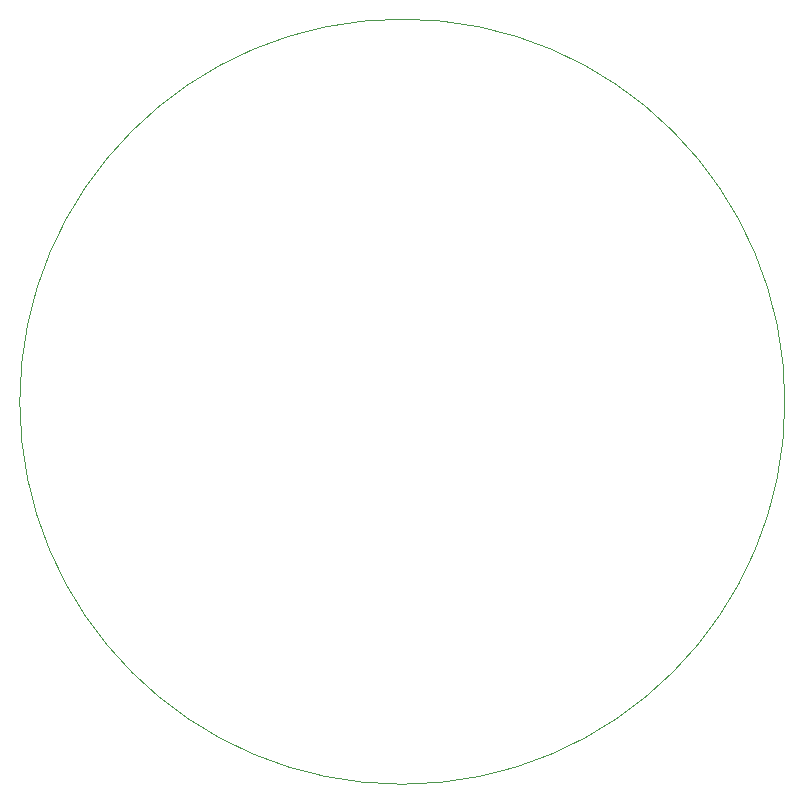
<source format=gbr>
G04 #@! TF.GenerationSoftware,KiCad,Pcbnew,(5.0.1-3-g963ef8bb5)*
G04 #@! TF.CreationDate,2019-06-08T22:51:48-04:00*
G04 #@! TF.ProjectId,EFCv2,45464376322E6B696361645F70636200,rev?*
G04 #@! TF.SameCoordinates,Original*
G04 #@! TF.FileFunction,Profile,NP*
%FSLAX46Y46*%
G04 Gerber Fmt 4.6, Leading zero omitted, Abs format (unit mm)*
G04 Created by KiCad (PCBNEW (5.0.1-3-g963ef8bb5)) date Saturday, June 08, 2019 at 10:51:48 pm*
%MOMM*%
%LPD*%
G01*
G04 APERTURE LIST*
%ADD10C,0.100000*%
G04 APERTURE END LIST*
D10*
X116211225Y-81915000D02*
G75*
G03X116211225Y-81915000I-32391225J0D01*
G01*
M02*

</source>
